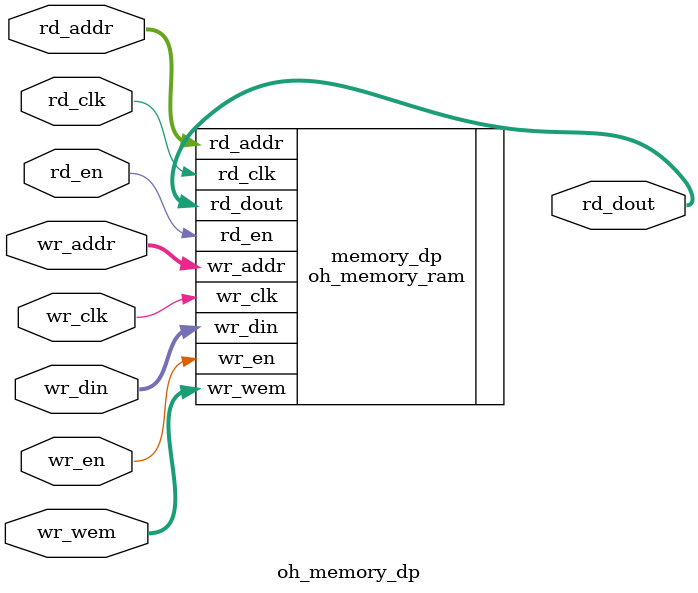
<source format=v>

module oh_memory_dp # (parameter DW    = 104,      //memory width
                       parameter DEPTH = 32,       //memory depth
                       parameter PROJ  = "",       //project name
                       parameter MCW   = 8,         //repair/config vector width
                       parameter AW    = $clog2(DEPTH) // address bus width
                       )
   (// Memory interface (dual port)
    input           wr_clk, //write clock
    input           wr_en, //write enable
    input [DW-1:0]  wr_wem, //per bit write enable
    input [AW-1:0]  wr_addr,//write address
    input [DW-1:0]  wr_din, //write data
    input           rd_clk, //read clock
    input           rd_en, //read enable
    input [AW-1:0]  rd_addr,//read address
    output [DW-1:0] rd_dout //read output data
    );

   oh_memory_ram
     #(.DW(DW), .DEPTH(DEPTH))
   memory_dp
     (//read port
      .rd_dout  (rd_dout[DW-1:0]),
      .rd_clk   (rd_clk),
      .rd_en    (rd_en),
      .rd_addr  (rd_addr[AW-1:0]),
      //write port
      .wr_en    (wr_en),
      .wr_clk   (wr_clk),
      .wr_addr  (wr_addr[AW-1:0]),
      .wr_wem   (wr_wem[DW-1:0]),
      .wr_din   (wr_din[DW-1:0]));

endmodule // oh_memory_dp

</source>
